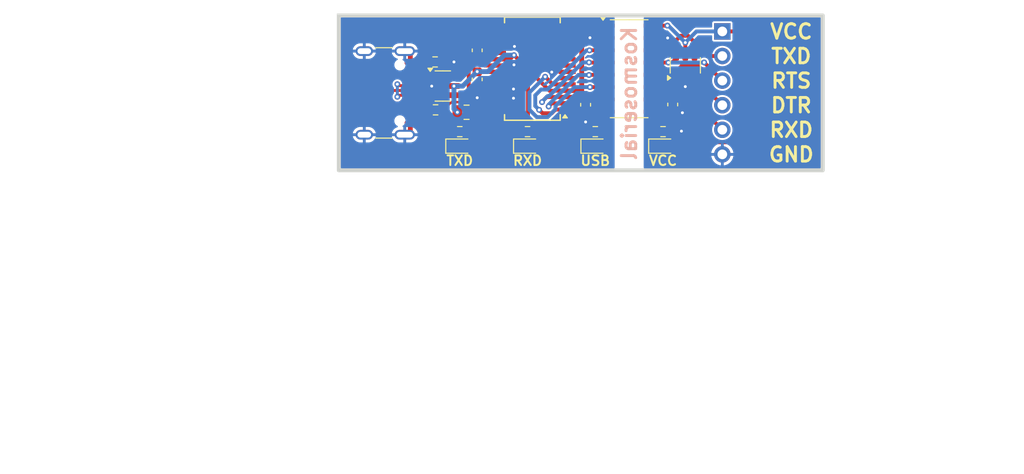
<source format=kicad_pcb>
(kicad_pcb (version 20240108) (generator "pcbnew") (generator_version "8.0")
  (layers (0 "F.Cu" signal) (31 "B.Cu" signal) (34 "B.Paste" user) (35 "F.Paste" user) (36 "B.SilkS" user "B.Silkscreen") (37 "F.SilkS" user "F.Silkscreen") (38 "B.Mask" user) (39 "F.Mask" user) (44 "Edge.Cuts" user))
  (net 0 "")
  (net 12 "+5V")
  (net 13 "GND")
  (net 14 "/D-")
  (net 15 "/D+")
  (net 16 "VDDB")
  (net 17 "/DTROUT")
  (net 18 "/TXDOUT")
  (net 19 "/RXDIN")
  (net 20 "/RTSOUT")
  (net 21 "GNDB")
  (net 22 "/CTS")
  (net 23 "/RXD")
  (net 24 "/DTR")
  (net 25 "/~{TXLED}")
  (net 26 "/RTS")
  (net 27 "/TXD")
  (net 28 "/~{RXLED}")
  (net 29 "Net-(D1-K)")
  (net 30 "Net-(D2-K)")
  (net 31 "Net-(D3-K)")
  (net 32 "Net-(D4-K)")
  (net 33 "/3V3")
  (net 34 "/CC1")
  (net 35 "/CC2")
  (footprint "LED_SMD:LED_0603_1608Metric" (layer "F.Cu") (at 118.5 63.5)
    (property "Reference" "D4" (hide yes))
    (property "Value" "ORANGE")
    (fp_line (start -1.485 -0.735) (end -1.485 0.735) (stroke (width 0.12)) (layer "F.SilkS"))
    (fp_line (start -1.485 0.735) (end 0.8 0.735) (stroke (width 0.12)) (layer "F.SilkS"))
    (fp_line (start 0.8 -0.735) (end -1.485 -0.735) (stroke (width 0.12)) (layer "F.SilkS"))
    (pad "1" smd roundrect (at -0.7875 0) (size 0.875 0.95) (layers "F.Cu" "F.Paste" "F.Mask") (net 32 "Net-(D4-K)"))
    (pad "2" smd roundrect (at 0.7875 0) (size 0.875 0.95) (layers "F.Cu" "F.Paste" "F.Mask") (net 16 "VDDB"))
  )
  (footprint "Connector_PinHeader_2.54mm:PinHeader_1x06_P2.54mm_Horizontal" (layer "F.Cu") (at 124.625 51.65)
    (property "Reference" "J2" (hide yes))
    (property "Value" "ZL211-40KG")
    (pad "1" thru_hole rect (at 0 0) (size 1.7 1.7) (drill 1) (layers "*.Cu" "*.Mask") (net 16 "VDDB"))
    (pad "2" thru_hole oval (at 0 2.54) (size 1.7 1.7) (drill 1) (layers "*.Cu" "*.Mask") (net 18 "/TXDOUT"))
    (pad "3" thru_hole oval (at 0 5.08) (size 1.7 1.7) (drill 1) (layers "*.Cu" "*.Mask") (net 20 "/RTSOUT"))
    (pad "4" thru_hole oval (at 0 7.62) (size 1.7 1.7) (drill 1) (layers "*.Cu" "*.Mask") (net 17 "/DTROUT"))
    (pad "5" thru_hole oval (at 0 10.16) (size 1.7 1.7) (drill 1) (layers "*.Cu" "*.Mask") (net 19 "/RXDIN"))
    (pad "6" thru_hole oval (at 0 12.7) (size 1.7 1.7) (drill 1) (layers "*.Cu" "*.Mask") (net 21 "GNDB"))
  )
  (footprint "Resistor_SMD:R_0603_1608Metric" (layer "F.Cu") (at 97.5 62)
    (property "Reference" "R4" (hide yes))
    (property "Value" "5.1k/5%")
    (fp_line (start -0.237258 -0.5225) (end 0.237258 -0.5225) (stroke (width 0.12)) (layer "F.SilkS"))
    (fp_line (start -0.237258 0.5225) (end 0.237258 0.5225) (stroke (width 0.12)) (layer "F.SilkS"))
    (pad "1" smd roundrect (at -0.825 0) (size 0.8 0.95) (layers "F.Cu" "F.Paste" "F.Mask") (net 29 "Net-(D1-K)"))
    (pad "2" smd roundrect (at 0.825 0) (size 0.8 0.95) (layers "F.Cu" "F.Paste" "F.Mask") (net 25 "/~{TXLED}"))
  )
  (footprint "Capacitor_SMD:C_0603_1608Metric" (layer "F.Cu") (at 99.3 56.6 90)
    (property "Reference" "C3" (hide yes))
    (property "Value" "100n/25V")
    (fp_line (start -0.14058 -0.51) (end 0.14058 -0.51) (stroke (width 0.12)) (layer "F.SilkS"))
    (fp_line (start -0.14058 0.51) (end 0.14058 0.51) (stroke (width 0.12)) (layer "F.SilkS"))
    (pad "1" smd roundrect (at -0.775 0 90) (size 0.9 0.95) (layers "F.Cu" "F.Paste" "F.Mask") (net 13 "GND"))
    (pad "2" smd roundrect (at 0.775 0 90) (size 0.9 0.95) (layers "F.Cu" "F.Paste" "F.Mask") (net 12 "+5V"))
  )
  (footprint "LED_SMD:LED_0603_1608Metric" (layer "F.Cu") (at 111.5 63.5)
    (property "Reference" "D3" (hide yes))
    (property "Value" "RED")
    (fp_line (start -1.485 -0.735) (end -1.485 0.735) (stroke (width 0.12)) (layer "F.SilkS"))
    (fp_line (start -1.485 0.735) (end 0.8 0.735) (stroke (width 0.12)) (layer "F.SilkS"))
    (fp_line (start 0.8 -0.735) (end -1.485 -0.735) (stroke (width 0.12)) (layer "F.SilkS"))
    (pad "1" smd roundrect (at -0.7875 0) (size 0.875 0.95) (layers "F.Cu" "F.Paste" "F.Mask") (net 31 "Net-(D3-K)"))
    (pad "2" smd roundrect (at 0.7875 0) (size 0.875 0.95) (layers "F.Cu" "F.Paste" "F.Mask") (net 12 "+5V"))
  )
  (footprint "Package_TO_SOT_SMD:SOT-23-6" (layer "F.Cu") (at 95.75 57.2875)
    (property "Reference" "U4" (hide yes))
    (property "Value" "824015")
    (fp_line (start 0 -1.56) (end -0.8 -1.56) (stroke (width 0.12)) (layer "F.SilkS"))
    (fp_line (start 0 -1.56) (end 0.8 -1.56) (stroke (width 0.12)) (layer "F.SilkS"))
    (fp_line (start 0 1.56) (end -0.8 1.56) (stroke (width 0.12)) (layer "F.SilkS"))
    (fp_line (start 0 1.56) (end 0.8 1.56) (stroke (width 0.12)) (layer "F.SilkS"))
    (fp_poly (pts (xy -1.3 -1.51) (xy -1.54 -1.84) (xy -1.06 -1.84) (xy -1.3 -1.51)) (stroke (width 0.12)) (fill solid) (layer "F.SilkS"))
    (pad "1" smd roundrect (at -1.1375 -0.95) (size 1.325 0.6) (layers "F.Cu" "F.Paste" "F.Mask") (net 15 "/D+"))
    (pad "2" smd roundrect (at -1.1375 0) (size 1.325 0.6) (layers "F.Cu" "F.Paste" "F.Mask") (net 13 "GND"))
    (pad "3" smd roundrect (at -1.1375 0.95) (size 1.325 0.6) (layers "F.Cu" "F.Paste" "F.Mask") (net 14 "/D-"))
    (pad "4" smd roundrect (at 1.1375 0.95) (size 1.325 0.6) (layers "F.Cu" "F.Paste" "F.Mask") (net 14 "/D-"))
    (pad "5" smd roundrect (at 1.1375 0) (size 1.325 0.6) (layers "F.Cu" "F.Paste" "F.Mask") (net 12 "+5V"))
    (pad "6" smd roundrect (at 1.1375 -0.95) (size 1.325 0.6) (layers "F.Cu" "F.Paste" "F.Mask") (net 15 "/D+"))
  )
  (footprint "Package_SO:SOIC-16_3.9x9.9mm_P1.27mm" (layer "F.Cu") (at 115 55.5)
    (property "Reference" "U3" (hide yes))
    (property "Value" "ADuM141E1BRZ")
    (fp_line (start 0 -5.06) (end -1.95 -5.06) (stroke (width 0.12)) (layer "F.SilkS"))
    (fp_line (start 0 -5.06) (end 1.95 -5.06) (stroke (width 0.12)) (layer "F.SilkS"))
    (fp_line (start 0 5.06) (end -1.95 5.06) (stroke (width 0.12)) (layer "F.SilkS"))
    (fp_line (start 0 5.06) (end 1.95 5.06) (stroke (width 0.12)) (layer "F.SilkS"))
    (fp_poly (pts (xy -2.7 -5.005) (xy -2.94 -5.335) (xy -2.46 -5.335) (xy -2.7 -5.005)) (stroke (width 0.12)) (fill solid) (layer "F.SilkS"))
    (pad "1" smd roundrect (at -2.475 -4.445) (size 1.95 0.6) (layers "F.Cu" "F.Paste" "F.Mask") (net 12 "+5V"))
    (pad "2" smd roundrect (at -2.475 -3.175) (size 1.95 0.6) (layers "F.Cu" "F.Paste" "F.Mask") (net 13 "GND"))
    (pad "3" smd roundrect (at -2.475 -1.905) (size 1.95 0.6) (layers "F.Cu" "F.Paste" "F.Mask") (net 27 "/TXD"))
    (pad "4" smd roundrect (at -2.475 -0.635) (size 1.95 0.6) (layers "F.Cu" "F.Paste" "F.Mask") (net 26 "/RTS"))
    (pad "5" smd roundrect (at -2.475 0.635) (size 1.95 0.6) (layers "F.Cu" "F.Paste" "F.Mask") (net 24 "/DTR"))
    (pad "6" smd roundrect (at -2.475 1.905) (size 1.95 0.6) (layers "F.Cu" "F.Paste" "F.Mask") (net 23 "/RXD"))
    (pad "7" smd roundrect (at -2.475 3.175) (size 1.95 0.6) (layers "F.Cu" "F.Paste" "F.Mask") (net 12 "+5V"))
    (pad "8" smd roundrect (at -2.475 4.445) (size 1.95 0.6) (layers "F.Cu" "F.Paste" "F.Mask") (net 13 "GND"))
    (pad "9" smd roundrect (at 2.475 4.445) (size 1.95 0.6) (layers "F.Cu" "F.Paste" "F.Mask") (net 21 "GNDB"))
    (pad "10" smd roundrect (at 2.475 3.175) (size 1.95 0.6) (layers "F.Cu" "F.Paste" "F.Mask") (net 16 "VDDB"))
    (pad "11" smd roundrect (at 2.475 1.905) (size 1.95 0.6) (layers "F.Cu" "F.Paste" "F.Mask") (net 19 "/RXDIN"))
    (pad "12" smd roundrect (at 2.475 0.635) (size 1.95 0.6) (layers "F.Cu" "F.Paste" "F.Mask") (net 17 "/DTROUT"))
    (pad "13" smd roundrect (at 2.475 -0.635) (size 1.95 0.6) (layers "F.Cu" "F.Paste" "F.Mask") (net 20 "/RTSOUT"))
    (pad "14" smd roundrect (at 2.475 -1.905) (size 1.95 0.6) (layers "F.Cu" "F.Paste" "F.Mask") (net 18 "/TXDOUT"))
    (pad "15" smd roundrect (at 2.475 -3.175) (size 1.95 0.6) (layers "F.Cu" "F.Paste" "F.Mask") (net 21 "GNDB"))
    (pad "16" smd roundrect (at 2.475 -4.445) (size 1.95 0.6) (layers "F.Cu" "F.Paste" "F.Mask") (net 16 "VDDB"))
  )
  (footprint "Resistor_SMD:R_0603_1608Metric" (layer "F.Cu") (at 104.5 62)
    (property "Reference" "R5" (hide yes))
    (property "Value" "5.1k/5%")
    (fp_line (start -0.237258 -0.5225) (end 0.237258 -0.5225) (stroke (width 0.12)) (layer "F.SilkS"))
    (fp_line (start -0.237258 0.5225) (end 0.237258 0.5225) (stroke (width 0.12)) (layer "F.SilkS"))
    (pad "1" smd roundrect (at -0.825 0) (size 0.8 0.95) (layers "F.Cu" "F.Paste" "F.Mask") (net 30 "Net-(D2-K)"))
    (pad "2" smd roundrect (at 0.825 0) (size 0.8 0.95) (layers "F.Cu" "F.Paste" "F.Mask") (net 28 "/~{RXLED}"))
  )
  (footprint "Resistor_SMD:R_0603_1608Metric" (layer "F.Cu") (at 111.5 62)
    (property "Reference" "R6" (hide yes))
    (property "Value" "5.1k/5%")
    (fp_line (start -0.237258 -0.5225) (end 0.237258 -0.5225) (stroke (width 0.12)) (layer "F.SilkS"))
    (fp_line (start -0.237258 0.5225) (end 0.237258 0.5225) (stroke (width 0.12)) (layer "F.SilkS"))
    (pad "1" smd roundrect (at -0.825 0) (size 0.8 0.95) (layers "F.Cu" "F.Paste" "F.Mask") (net 31 "Net-(D3-K)"))
    (pad "2" smd roundrect (at 0.825 0) (size 0.8 0.95) (layers "F.Cu" "F.Paste" "F.Mask") (net 13 "GND"))
  )
  (footprint "Capacitor_SMD:C_0603_1608Metric" (layer "F.Cu") (at 119.5 59.2 90)
    (property "Reference" "C4" (hide yes))
    (property "Value" "100n/25V")
    (fp_line (start -0.14058 -0.51) (end 0.14058 -0.51) (stroke (width 0.12)) (layer "F.SilkS"))
    (fp_line (start -0.14058 0.51) (end 0.14058 0.51) (stroke (width 0.12)) (layer "F.SilkS"))
    (pad "1" smd roundrect (at -0.775 0 90) (size 0.9 0.95) (layers "F.Cu" "F.Paste" "F.Mask") (net 21 "GNDB"))
    (pad "2" smd roundrect (at 0.775 0 90) (size 0.9 0.95) (layers "F.Cu" "F.Paste" "F.Mask") (net 16 "VDDB"))
  )
  (footprint "Resistor_SMD:R_0603_1608Metric" (layer "F.Cu") (at 95 59.75)
    (property "Reference" "R1" (hide yes))
    (property "Value" "5.1k/5%")
    (fp_line (start -0.237258 -0.5225) (end 0.237258 -0.5225) (stroke (width 0.12)) (layer "F.SilkS"))
    (fp_line (start -0.237258 0.5225) (end 0.237258 0.5225) (stroke (width 0.12)) (layer "F.SilkS"))
    (pad "1" smd roundrect (at -0.825 0) (size 0.8 0.95) (layers "F.Cu" "F.Paste" "F.Mask") (net 35 "/CC2"))
    (pad "2" smd roundrect (at 0.825 0) (size 0.8 0.95) (layers "F.Cu" "F.Paste" "F.Mask") (net 13 "GND"))
  )
  (footprint "LED_SMD:LED_0603_1608Metric" (layer "F.Cu") (at 104.54 63.5)
    (property "Reference" "D2" (hide yes))
    (property "Value" "GREEN")
    (fp_line (start -1.485 -0.735) (end -1.485 0.735) (stroke (width 0.12)) (layer "F.SilkS"))
    (fp_line (start -1.485 0.735) (end 0.8 0.735) (stroke (width 0.12)) (layer "F.SilkS"))
    (fp_line (start 0.8 -0.735) (end -1.485 -0.735) (stroke (width 0.12)) (layer "F.SilkS"))
    (pad "1" smd roundrect (at -0.7875 0) (size 0.875 0.95) (layers "F.Cu" "F.Paste" "F.Mask") (net 30 "Net-(D2-K)"))
    (pad "2" smd roundrect (at 0.7875 0) (size 0.875 0.95) (layers "F.Cu" "F.Paste" "F.Mask") (net 12 "+5V"))
  )
  (footprint "Resistor_SMD:R_0603_1608Metric" (layer "F.Cu") (at 118.5 62)
    (property "Reference" "R7" (hide yes))
    (property "Value" "5.1k/5%")
    (fp_line (start -0.237258 -0.5225) (end 0.237258 -0.5225) (stroke (width 0.12)) (layer "F.SilkS"))
    (fp_line (start -0.237258 0.5225) (end 0.237258 0.5225) (stroke (width 0.12)) (layer "F.SilkS"))
    (pad "1" smd roundrect (at -0.825 0) (size 0.8 0.95) (layers "F.Cu" "F.Paste" "F.Mask") (net 32 "Net-(D4-K)"))
    (pad "2" smd roundrect (at 0.825 0) (size 0.8 0.95) (layers "F.Cu" "F.Paste" "F.Mask") (net 21 "GNDB"))
  )
  (footprint "LED_SMD:LED_0603_1608Metric" (layer "F.Cu") (at 97.54 63.5)
    (property "Reference" "D1" (hide yes))
    (property "Value" "BLUE")
    (fp_line (start -1.485 -0.735) (end -1.485 0.735) (stroke (width 0.12)) (layer "F.SilkS"))
    (fp_line (start -1.485 0.735) (end 0.8 0.735) (stroke (width 0.12)) (layer "F.SilkS"))
    (fp_line (start 0.8 -0.735) (end -1.485 -0.735) (stroke (width 0.12)) (layer "F.SilkS"))
    (pad "1" smd roundrect (at -0.7875 0) (size 0.875 0.95) (layers "F.Cu" "F.Paste" "F.Mask") (net 29 "Net-(D1-K)"))
    (pad "2" smd roundrect (at 0.7875 0) (size 0.875 0.95) (layers "F.Cu" "F.Paste" "F.Mask") (net 12 "+5V"))
  )
  (footprint "Package_TO_SOT_SMD:SOT-23-6" (layer "F.Cu") (at 120.8 55.15 90)
    (property "Reference" "U2" (hide yes))
    (property "Value" "824015")
    (fp_line (start 0 -1.56) (end 0.8 -1.56) (stroke (width 0.12)) (layer "F.SilkS"))
    (fp_line (start 0 -1.56) (end -0.8 -1.56) (stroke (width 0.12)) (layer "F.SilkS"))
    (fp_line (start 0 1.56) (end 0.8 1.56) (stroke (width 0.12)) (layer "F.SilkS"))
    (fp_line (start 0 1.56) (end -0.8 1.56) (stroke (width 0.12)) (layer "F.SilkS"))
    (fp_poly (pts (xy -1.3 -1.51) (xy -1.54 -1.84) (xy -1.06 -1.84) (xy -1.3 -1.51)) (stroke (width 0.12)) (fill solid) (layer "F.SilkS"))
    (pad "1" smd roundrect (at -1.1375 -0.95 90) (size 1.325 0.6) (layers "F.Cu" "F.Paste" "F.Mask") (net 17 "/DTROUT"))
    (pad "2" smd roundrect (at -1.1375 0 90) (size 1.325 0.6) (layers "F.Cu" "F.Paste" "F.Mask") (net 21 "GNDB"))
    (pad "3" smd roundrect (at -1.1375 0.95 90) (size 1.325 0.6) (layers "F.Cu" "F.Paste" "F.Mask") (net 19 "/RXDIN"))
    (pad "4" smd roundrect (at 1.1375 0.95 90) (size 1.325 0.6) (layers "F.Cu" "F.Paste" "F.Mask") (net 18 "/TXDOUT"))
    (pad "5" smd roundrect (at 1.1375 0 90) (size 1.325 0.6) (layers "F.Cu" "F.Paste" "F.Mask") (net 16 "VDDB"))
    (pad "6" smd roundrect (at 1.1375 -0.95 90) (size 1.325 0.6) (layers "F.Cu" "F.Paste" "F.Mask") (net 20 "/RTSOUT"))
  )
  (footprint "Capacitor_SMD:C_0603_1608Metric" (layer "F.Cu") (at 110.5 59.225 90)
    (property "Reference" "C5" (hide yes))
    (property "Value" "100n/25V")
    (fp_line (start -0.14058 -0.51) (end 0.14058 -0.51) (stroke (width 0.12)) (layer "F.SilkS"))
    (fp_line (start -0.14058 0.51) (end 0.14058 0.51) (stroke (width 0.12)) (layer "F.SilkS"))
    (pad "1" smd roundrect (at -0.775 0 90) (size 0.9 0.95) (layers "F.Cu" "F.Paste" "F.Mask") (net 13 "GND"))
    (pad "2" smd roundrect (at 0.775 0 90) (size 0.9 0.95) (layers "F.Cu" "F.Paste" "F.Mask") (net 12 "+5V"))
  )
  (footprint "Resistor_SMD:R_0603_1608Metric" (layer "F.Cu") (at 94.95 54.8)
    (property "Reference" "R2" (hide yes))
    (property "Value" "5.1k/5%")
    (fp_line (start -0.237258 -0.5225) (end 0.237258 -0.5225) (stroke (width 0.12)) (layer "F.SilkS"))
    (fp_line (start -0.237258 0.5225) (end 0.237258 0.5225) (stroke (width 0.12)) (layer "F.SilkS"))
    (pad "1" smd roundrect (at -0.825 0) (size 0.8 0.95) (layers "F.Cu" "F.Paste" "F.Mask") (net 34 "/CC1"))
    (pad "2" smd roundrect (at 0.825 0) (size 0.8 0.95) (layers "F.Cu" "F.Paste" "F.Mask") (net 13 "GND"))
  )
  (footprint "Capacitor_SMD:C_0805_2012Metric" (layer "F.Cu") (at 98.2 60)
    (property "Reference" "C2" (hide yes))
    (property "Value" "4.7u/10V")
    (fp_line (start -0.261252 -0.735) (end 0.261252 -0.735) (stroke (width 0.12)) (layer "F.SilkS"))
    (fp_line (start -0.261252 0.735) (end 0.261252 0.735) (stroke (width 0.12)) (layer "F.SilkS"))
    (pad "1" smd roundrect (at -0.95 0) (size 1 1.45) (layers "F.Cu" "F.Paste" "F.Mask") (net 12 "+5V"))
    (pad "2" smd roundrect (at 0.95 0) (size 1 1.45) (layers "F.Cu" "F.Paste" "F.Mask") (net 13 "GND"))
  )
  (footprint "Capacitor_SMD:C_0603_1608Metric" (layer "F.Cu") (at 99.3 53.6 90)
    (property "Reference" "C1" (hide yes))
    (property "Value" "100n/25V")
    (fp_line (start -0.14058 -0.51) (end 0.14058 -0.51) (stroke (width 0.12)) (layer "F.SilkS"))
    (fp_line (start -0.14058 0.51) (end 0.14058 0.51) (stroke (width 0.12)) (layer "F.SilkS"))
    (pad "1" smd roundrect (at -0.775 0 90) (size 0.9 0.95) (layers "F.Cu" "F.Paste" "F.Mask") (net 13 "GND"))
    (pad "2" smd roundrect (at 0.775 0 90) (size 0.9 0.95) (layers "F.Cu" "F.Paste" "F.Mask") (net 33 "/3V3"))
  )
  (footprint "Package_SO:SSOP-28_5.3x10.2mm_P0.65mm" (layer "F.Cu") (at 105 55.5 180)
    (property "Reference" "U1" (hide yes))
    (property "Value" "FT232RNL")
    (fp_line (start 2.875 4.75) (end 2.875 5.325) (stroke (width 0.15)) (layer "F.SilkS"))
    (fp_line (start 2.875 -5.325) (end 2.875 -4.75) (stroke (width 0.15)) (layer "F.SilkS"))
    (fp_line (start -2.875 5.325) (end 2.875 5.325) (stroke (width 0.15)) (layer "F.SilkS"))
    (fp_line (start -2.875 4.75) (end -2.875 5.325) (stroke (width 0.15)) (layer "F.SilkS"))
    (fp_line (start -2.875 -5.325) (end 2.875 -5.325) (stroke (width 0.15)) (layer "F.SilkS"))
    (fp_line (start -2.875 -5.325) (end -2.875 -4.75) (stroke (width 0.15)) (layer "F.SilkS"))
    (fp_poly (pts (xy -3.375 -4.75) (xy -3.615 -5.08) (xy -3.135 -5.08) (xy -3.375 -4.75)) (stroke (width 0.12)) (fill solid) (layer "F.SilkS"))
    (pad "1" smd rect (at -3.6 -4.225 180) (size 1.75 0.45) (layers "F.Cu" "F.Paste" "F.Mask") (net 27 "/TXD"))
    (pad "2" smd rect (at -3.6 -3.575 180) (size 1.75 0.45) (layers "F.Cu" "F.Paste" "F.Mask") (net 24 "/DTR"))
    (pad "3" smd rect (at -3.6 -2.925 180) (size 1.75 0.45) (layers "F.Cu" "F.Paste" "F.Mask") (net 26 "/RTS"))
    (pad "4" smd rect (at -3.6 -2.275 180) (size 1.75 0.45) (layers "F.Cu" "F.Paste" "F.Mask") (net 12 "+5V"))
    (pad "5" smd rect (at -3.6 -1.625 180) (size 1.75 0.45) (layers "F.Cu" "F.Paste" "F.Mask") (net 23 "/RXD"))
    (pad "6" smd rect (at -3.6 -0.975 180) (size 1.75 0.45) (layers "F.Cu" "F.Paste" "F.Mask"))
    (pad "7" smd rect (at -3.6 -0.325 180) (size 1.75 0.45) (layers "F.Cu" "F.Paste" "F.Mask") (net 13 "GND"))
    (pad "8" smd rect (at -3.6 0.325 180) (size 1.75 0.45) (layers "F.Cu" "F.Paste" "F.Mask"))
    (pad "9" smd rect (at -3.6 0.975 180) (size 1.75 0.45) (layers "F.Cu" "F.Paste" "F.Mask"))
    (pad "10" smd rect (at -3.6 1.625 180) (size 1.75 0.45) (layers "F.Cu" "F.Paste" "F.Mask"))
    (pad "11" smd rect (at -3.6 2.275 180) (size 1.75 0.45) (layers "F.Cu" "F.Paste" "F.Mask") (net 22 "/CTS"))
    (pad "12" smd rect (at -3.6 2.925 180) (size 1.75 0.45) (layers "F.Cu" "F.Paste" "F.Mask"))
    (pad "13" smd rect (at -3.6 3.575 180) (size 1.75 0.45) (layers "F.Cu" "F.Paste" "F.Mask"))
    (pad "14" smd rect (at -3.6 4.225 180) (size 1.75 0.45) (layers "F.Cu" "F.Paste" "F.Mask"))
    (pad "15" smd rect (at 3.6 4.225 180) (size 1.75 0.45) (layers "F.Cu" "F.Paste" "F.Mask") (net 15 "/D+"))
    (pad "16" smd rect (at 3.6 3.575 180) (size 1.75 0.45) (layers "F.Cu" "F.Paste" "F.Mask") (net 14 "/D-"))
    (pad "17" smd rect (at 3.6 2.925 180) (size 1.75 0.45) (layers "F.Cu" "F.Paste" "F.Mask") (net 33 "/3V3"))
    (pad "18" smd rect (at 3.6 2.275 180) (size 1.75 0.45) (layers "F.Cu" "F.Paste" "F.Mask") (net 13 "GND"))
    (pad "19" smd rect (at 3.6 1.625 180) (size 1.75 0.45) (layers "F.Cu" "F.Paste" "F.Mask"))
    (pad "20" smd rect (at 3.6 0.975 180) (size 1.75 0.45) (layers "F.Cu" "F.Paste" "F.Mask") (net 12 "+5V"))
    (pad "21" smd rect (at 3.6 0.325 180) (size 1.75 0.45) (layers "F.Cu" "F.Paste" "F.Mask") (net 13 "GND"))
    (pad "22" smd rect (at 3.6 -0.325 180) (size 1.75 0.45) (layers "F.Cu" "F.Paste" "F.Mask") (net 28 "/~{RXLED}"))
    (pad "23" smd rect (at 3.6 -0.975 180) (size 1.75 0.45) (layers "F.Cu" "F.Paste" "F.Mask") (net 25 "/~{TXLED}"))
    (pad "24" smd rect (at 3.6 -1.625 180) (size 1.75 0.45) (layers "F.Cu" "F.Paste" "F.Mask"))
    (pad "25" smd rect (at 3.6 -2.275 180) (size 1.75 0.45) (layers "F.Cu" "F.Paste" "F.Mask") (net 13 "GND"))
    (pad "26" smd rect (at 3.6 -2.925 180) (size 1.75 0.45) (layers "F.Cu" "F.Paste" "F.Mask") (net 13 "GND"))
    (pad "27" smd rect (at 3.6 -3.575 180) (size 1.75 0.45) (layers "F.Cu" "F.Paste" "F.Mask"))
    (pad "28" smd rect (at 3.6 -4.225 180) (size 1.75 0.45) (layers "F.Cu" "F.Paste" "F.Mask"))
  )
  (footprint "Connector_USB:USB_C_Receptacle_GCT_USB4105-xx-A_16P_TopMnt_Horizontal" (layer "F.Cu") (at 88.71 58 -90)
    (property "Reference" "J1" (hide yes))
    (property "Value" "USB4105-GF-A")
    (fp_line (start -4.67 -0.1) (end -4.67 -1.8) (stroke (width 0.12)) (layer "F.SilkS"))
    (fp_line (start 4.67 -0.1) (end 4.67 -1.8) (stroke (width 0.12)) (layer "F.SilkS"))
    (pad "" np_thru_hole circle (at -2.89 -2.605 270) (size 0.65 0.65) (drill 0.65) (layers "F&B.Cu" "*.Mask"))
    (pad "" np_thru_hole circle (at 2.89 -2.605 270) (size 0.65 0.65) (drill 0.65) (layers "F&B.Cu" "*.Mask"))
    (pad "A1" smd roundrect (at -3.2 -3.68 270) (size 0.6 1.15) (layers "F.Cu" "F.Paste" "F.Mask") (net 13 "GND"))
    (pad "A4" smd roundrect (at -2.4 -3.68 270) (size 0.6 1.15) (layers "F.Cu" "F.Paste" "F.Mask") (net 12 "+5V"))
    (pad "A5" smd roundrect (at -1.25 -3.68 270) (size 0.3 1.15) (layers "F.Cu" "F.Paste" "F.Mask") (net 34 "/CC1"))
    (pad "A6" smd roundrect (at -0.25 -3.68 270) (size 0.3 1.15) (layers "F.Cu" "F.Paste" "F.Mask") (net 15 "/D+"))
    (pad "A7" smd roundrect (at 0.25 -3.68 270) (size 0.3 1.15) (layers "F.Cu" "F.Paste" "F.Mask") (net 14 "/D-"))
    (pad "A8" smd roundrect (at 1.25 -3.68 270) (size 0.3 1.15) (layers "F.Cu" "F.Paste" "F.Mask"))
    (pad "A9" smd roundrect (at 2.4 -3.68 270) (size 0.6 1.15) (layers "F.Cu" "F.Paste" "F.Mask") (net 12 "+5V"))
    (pad "A12" smd roundrect (at 3.2 -3.68 270) (size 0.6 1.15) (layers "F.Cu" "F.Paste" "F.Mask") (net 13 "GND"))
    (pad "B1" smd roundrect (at 3.2 -3.68 270) (size 0.6 1.15) (layers "F.Cu" "F.Paste" "F.Mask") (net 13 "GND"))
    (pad "B4" smd roundrect (at 2.4 -3.68 270) (size 0.6 1.15) (layers "F.Cu" "F.Paste" "F.Mask") (net 12 "+5V"))
    (pad "B5" smd roundrect (at 1.75 -3.68 270) (size 0.3 1.15) (layers "F.Cu" "F.Paste" "F.Mask") (net 35 "/CC2"))
    (pad "B6" smd roundrect (at 0.75 -3.68 270) (size 0.3 1.15) (layers "F.Cu" "F.Paste" "F.Mask") (net 15 "/D+"))
    (pad "B7" smd roundrect (at -0.75 -3.68 270) (size 0.3 1.15) (layers "F.Cu" "F.Paste" "F.Mask") (net 14 "/D-"))
    (pad "B8" smd roundrect (at -1.75 -3.68 270) (size 0.3 1.15) (layers "F.Cu" "F.Paste" "F.Mask"))
    (pad "B9" smd roundrect (at -2.4 -3.68 270) (size 0.6 1.15) (layers "F.Cu" "F.Paste" "F.Mask") (net 12 "+5V"))
    (pad "B12" smd roundrect (at -3.2 -3.68 270) (size 0.6 1.15) (layers "F.Cu" "F.Paste" "F.Mask") (net 13 "GND"))
    (pad "S1" thru_hole oval (at -4.32 -3.105 270) (size 1 2.1) (drill oval 0.6 1.7) (layers "*.Cu" "*.Mask" "F.Paste") (net 13 "GND"))
    (pad "S1" thru_hole oval (at -4.32 1.075 270) (size 1 1.8) (drill oval 0.6 1.4) (layers "*.Cu" "*.Mask" "F.Paste") (net 13 "GND"))
    (pad "S1" thru_hole oval (at 4.32 -3.105 270) (size 1 2.1) (drill oval 0.6 1.7) (layers "*.Cu" "*.Mask" "F.Paste") (net 13 "GND"))
    (pad "S1" thru_hole oval (at 4.32 1.075 270) (size 1 1.8) (drill oval 0.6 1.4) (layers "*.Cu" "*.Mask" "F.Paste") (net 13 "GND"))
  )
  (gr_rect (start 85 50) (end 135 66) (stroke (width 0.4)) (fill none) (layer "Edge.Cuts"))
  (gr_text "Kosmoserial" (at 115 58.05 90) (layer "B.SilkS") (effects (font (size 1.5 1.5) (thickness 0.3) (bold yes)) (justify mirror)))
  (gr_text "RXD" (at 131.75 61.83 0) (layer "F.SilkS") (effects (font (size 1.5 1.5) (thickness 0.3) (bold yes))))
  (gr_text "VCC" (at 131.75 51.67 0) (layer "F.SilkS") (effects (font (size 1.5 1.5) (thickness 0.3) (bold yes))))
  (gr_text "GND" (at 131.75 64.37 0) (layer "F.SilkS") (effects (font (size 1.5 1.5) (thickness 0.3) (bold yes))))
  (gr_text "TXD" (at 97.5 65 0) (layer "F.SilkS") (effects (font (size 1 1) (thickness 0.2) (bold yes))))
  (gr_text "RXD" (at 104.5 65 0) (layer "F.SilkS") (effects (font (size 1 1) (thickness 0.2) (bold yes))))
  (gr_text "DTR" (at 131.75 59.29 0) (layer "F.SilkS") (effects (font (size 1.5 1.5) (thickness 0.3) (bold yes))))
  (gr_text "TXD" (at 131.75 54.21 0) (layer "F.SilkS") (effects (font (size 1.5 1.5) (thickness 0.3) (bold yes))))
  (gr_text "VCC" (at 118.5 65 0) (layer "F.SilkS") (effects (font (size 1 1) (thickness 0.2) (bold yes))))
  (gr_text "RTS" (at 131.75 56.75 0) (layer "F.SilkS") (effects (font (size 1.5 1.5) (thickness 0.3) (bold yes))))
  (gr_text "USB" (at 111.5 65 0) (layer "F.SilkS") (effects (font (size 1 1) (thickness 0.2) (bold yes))))
  (segment (start 95.75 64.4) (end 95.75 60.8) (width 0.4) (layer "F.Cu") (net 12))
  (segment (start 96.45 60.8) (end 97.25 60) (width 0.5) (layer "F.Cu") (net 12))
  (segment (start 103.1 54.1) (end 106.775 57.775) (width 0.4) (layer "F.Cu") (net 12))
  (segment (start 91.61188 55.85) (end 89.75 55.85) (width 0.3) (layer "F.Cu") (net 12))
  (segment (start 92.39 60.34) (end 92.39 60.4) (width 0.3) (layer "F.Cu") (net 12))
  (segment (start 92.39 60.4) (end 93.1 60.4) (width 0.3) (layer "F.Cu") (net 12))
  (segment (start 105.3275 64.9225) (end 105.3 64.95) (width 0.4) (layer "F.Cu") (net 12))
  (segment (start 99.15 64.95) (end 98.35 64.95) (width 0.4) (layer "F.Cu") (net 12))
  (segment (start 96.8875 57.2875) (end 96.9 57.3) (width 0.3) (layer "F.Cu") (net 12))
  (segment (start 99.15 64.95) (end 105.3 64.95) (width 0.4) (layer "F.Cu") (net 12))
  (segment (start 110.945 51.055) (end 110.1 51.9) (width 0.5) (layer "F.Cu") (net 12))
  (segment (start 96.3 64.95) (end 95.75 64.4) (width 0.4) (layer "F.Cu") (net 12))
  (segment (start 91.56188 60.1) (end 91.71188 60.25) (width 0.3) (layer "F.Cu") (net 12))
  (segment (start 105.3275 63.5) (end 105.3275 64.9225) (width 0.4) (layer "F.Cu") (net 12))
  (segment (start 93.1 60.4) (end 93.35 60.65) (width 0.3) (layer "F.Cu") (net 12))
  (segment (start 98.3275 63.5) (end 98.3275 64.9275) (width 0.4) (layer "F.Cu") (net 12))
  (segment (start 92.39 55.6) (end 92.24 55.75) (width 0.3) (layer "F.Cu") (net 12))
  (segment (start 99.3 55.825) (end 99.3 55.8) (width 0.5) (layer "F.Cu") (net 12))
  (segment (start 112.2875 63.5) (end 112.2875 64.65) (width 0.4) (layer "F.Cu") (net 12))
  (segment (start 102.675 54.525) (end 103.1 54.1) (width 0.4) (layer "F.Cu") (net 12))
  (segment (start 89.25 59.15) (end 90.2 60.1) (width 0.3) (layer "F.Cu") (net 12))
  (segment (start 101.4 54.525) (end 102.675 54.525) (width 0.4) (layer "F.Cu") (net 12))
  (segment (start 112.525 58.675) (end 110.725 58.675) (width 0.5) (layer "F.Cu") (net 12))
  (segment (start 89.75 55.85) (end 89.25 56.35) (width 0.3) (layer "F.Cu") (net 12))
  (segment (start 94 60.8) (end 95.75 60.8) (width 0.5) (layer "F.Cu") (net 12))
  (segment (start 93.5 60.8) (end 94 60.8) (width 0.3) (layer "F.Cu") (net 12))
  (segment (start 110.1 58.05) (end 110.5 58.45) (width 0.5) (layer "F.Cu") (net 12))
  (segment (start 98.35 64.95) (end 96.3 64.95) (width 0.4) (layer "F.Cu") (net 12))
  (segment (start 89.25 56.35) (end 89.25 59.15) (width 0.3) (layer "F.Cu") (net 12))
  (segment (start 106.775 57.775) (end 108.6 57.775) (width 0.4) (layer "F.Cu") (net 12))
  (segment (start 91.71188 55.75) (end 91.61188 55.85) (width 0.3) (layer "F.Cu") (net 12))
  (segment (start 92.3 60.25) (end 92.39 60.34) (width 0.3) (layer "F.Cu") (net 12))
  (segment (start 98.3275 64.9275) (end 98.35 64.95) (width 0.4) (layer "F.Cu") (net 12))
  (segment (start 108.6 57.775) (end 110.025 57.775) (width 0.4) (layer "F.Cu") (net 12))
  (segment (start 90.2 60.1) (end 91.56188 60.1) (width 0.3) (layer "F.Cu") (net 12))
  (segment (start 110.1 51.9) (end 110.1 58.05) (width 0.5) (layer "F.Cu") (net 12))
  (segment (start 93.35 60.65) (end 93.5 60.8) (width 0.3) (layer "F.Cu") (net 12))
  (segment (start 111.9875 64.95) (end 112 64.9375) (width 0.4) (layer "F.Cu") (net 12))
  (segment (start 95.75 60.8) (end 96.45 60.8) (width 0.5) (layer "F.Cu") (net 12))
  (segment (start 112.2875 64.65) (end 112 64.9375) (width 0.4) (layer "F.Cu") (net 12))
  (segment (start 105.3 64.95) (end 111.9875 64.95) (width 0.4) (layer "F.Cu") (net 12))
  (segment (start 91.71188 60.25) (end 92.3 60.25) (width 0.3) (layer "F.Cu") (net 12))
  (segment (start 112.525 51.055) (end 110.945 51.055) (width 0.5) (layer "F.Cu") (net 12))
  (segment (start 92.24 55.75) (end 91.71188 55.75) (width 0.3) (layer "F.Cu") (net 12))
  (segment (start 110.725 58.675) (end 110.5 58.45) (width 0.5) (layer "F.Cu") (net 12))
  (via (at 96.9 57.3) (size 0.6) (drill 0.3) (layers "F.Cu" "B.Cu") (net 12))
  (via (at 99.3 55.8) (size 0.6) (drill 0.3) (layers "F.Cu" "B.Cu") (net 12))
  (via (at 97.25 60) (size 0.6) (drill 0.3) (layers "F.Cu" "B.Cu") (net 12))
  (via (at 103.1 54.1) (size 0.6) (drill 0.3) (layers "F.Cu" "B.Cu") (net 12))
  (segment (start 102.1 54.1) (end 103.1 54.1) (width 0.5) (layer "B.Cu") (net 12))
  (segment (start 96.9 57.3) (end 97.8 57.3) (width 0.5) (layer "B.Cu") (net 12))
  (segment (start 99.3 55.8) (end 100.4 55.8) (width 0.5) (layer "B.Cu") (net 12))
  (segment (start 96.9 57.3) (end 96.9 59.65) (width 0.5) (layer "B.Cu") (net 12))
  (segment (start 97.8 57.3) (end 99.3 55.8) (width 0.5) (layer "B.Cu") (net 12))
  (segment (start 96.9 59.65) (end 97.25 60) (width 0.5) (layer "B.Cu") (net 12))
  (segment (start 100.4 55.8) (end 102.1 54.1) (width 0.5) (layer "B.Cu") (net 12))
  (segment (start 102.875 57.775) (end 103.05 57.6) (width 0.3) (layer "F.Cu") (net 13))
  (segment (start 98.1 58.95) (end 98.55 58.5) (width 0.25) (layer "F.Cu") (net 13))
  (segment (start 101.4 58.425) (end 102.925 58.425) (width 0.3) (layer "F.Cu") (net 13))
  (segment (start 92.39 61.2) (end 92.39 62.39) (width 0.5) (layer "F.Cu") (net 13))
  (segment (start 112.325 59.975) (end 112.3 59.95) (width 0.5) (layer "F.Cu") (net 13))
  (segment (start 110.555 59.945) (end 110.5 60) (width 0.5) (layer "F.Cu") (net 13))
  (segment (start 92.39 62.39) (end 92.4 62.4) (width 0.5) (layer "F.Cu") (net 13))
  (segment (start 95.825 59.75) (end 96.625 58.95) (width 0.25) (layer "F.Cu") (net 13))
  (segment (start 101.4 57.775) (end 102.875 57.775) (width 0.3) (layer "F.Cu") (net 13))
  (segment (start 92.39 53.68) (end 91.815 53.68) (width 0.5) (layer "F.Cu") (net 13))
  (segment (start 110.975 52.325) (end 112.525 52.325) (width 0.5) (layer "F.Cu") (net 13))
  (segment (start 102.925 58.425) (end 103.05 58.55) (width 0.3) (layer "F.Cu") (net 13))
  (segment (start 103.125 53.225) (end 103.15 53.2) (width 0.3) (layer "F.Cu") (net 13))
  (segment (start 100.1 55.175) (end 99.3 54.375) (width 0.4) (layer "F.Cu") (net 13))
  (segment (start 101.4 53.225) (end 103.125 53.225) (width 0.3) (layer "F.Cu") (net 13))
  (segment (start 94.6125 57.2875) (end 94.6 57.3) (width 0.3) (layer "F.Cu") (net 13))
  (segment (start 96.625 58.95) (end 98.1 58.95) (width 0.25) (layer "F.Cu") (net 13))
  (segment (start 112.325 62) (end 112.325 61.1) (width 0.5) (layer "F.Cu") (net 13))
  (segment (start 101.4 55.175) (end 100.1 55.175) (width 0.4) (layer "F.Cu") (net 13))
  (segment (start 103.025 55.175) (end 103.1 55.1) (width 0.4) (layer "F.Cu") (net 13))
  (segment (start 101.4 55.175) (end 103.025 55.175) (width 0.4) (layer "F.Cu") (net 13))
  (segment (start 95.775 54.8) (end 96.9 54.8) (width 0.25) (layer "F.Cu") (net 13))
  (segment (start 99.3 57.375) (end 99.3 58.5) (width 0.5) (layer "F.Cu") (net 13))
  (segment (start 112.525 59.945) (end 110.555 59.945) (width 0.5) (layer "F.Cu") (net 13))
  (segment (start 108.6 55.825) (end 107.025 55.825) (width 0.3) (layer "F.Cu") (net 13))
  (segment (start 92.39 54.8) (end 92.39 53.68) (width 0.5) (layer "F.Cu") (net 13))
  (segment (start 99.3 59.85) (end 99.3 58.5) (width 0.5) (layer "F.Cu") (net 13))
  (segment (start 99.15 60) (end 99.3 59.85) (width 0.5) (layer "F.Cu") (net 13))
  (segment (start 107.025 55.825) (end 107 55.85) (width 0.3) (layer "F.Cu") (net 13))
  (segment (start 112.325 61.1) (end 112.325 59.975) (width 0.5) (layer "F.Cu") (net 13))
  (segment (start 110.95 52.3) (end 110.975 52.325) (width 0.5) (layer "F.Cu") (net 13))
  (segment (start 110.5 60) (end 110.5 61) (width 0.5) (layer "F.Cu") (net 13))
  (segment (start 98.55 58.5) (end 99.3 58.5) (width 0.25) (layer "F.Cu") (net 13))
  (via (at 103.15 53.2) (size 0.6) (drill 0.3) (layers "F.Cu" "B.Cu") (net 13))
  (via (at 110.95 52.3) (size 0.6) (drill 0.3) (layers "F.Cu" "B.Cu") (net 13))
  (via (at 110.5 61) (size 0.6) (drill 0.3) (layers "F.Cu" "B.Cu") (net 13))
  (via (at 107 55.85) (size 0.6) (drill 0.3) (layers "F.Cu" "B.Cu") (net 13))
  (via (at 103.05 57.6) (size 0.6) (drill 0.3) (layers "F.Cu" "B.Cu") (net 13))
  (via (at 99.3 58.5) (size 0.6) (drill 0.3) (layers "F.Cu" "B.Cu") (net 13))
  (via (at 103.1 55.1) (size 0.6) (drill 0.3) (layers "F.Cu" "B.Cu") (net 13))
  (via (at 94.6 57.3) (size 0.6) (drill 0.3) (layers "F.Cu" "B.Cu") (net 13))
  (via (at 103.05 58.55) (size 0.6) (drill 0.3) (layers "F.Cu" "B.Cu") (net 13))
  (via (at 96.9 54.8) (size 0.6) (drill 0.3) (layers "F.Cu" "B.Cu") (net 13))
  (segment (start 98.425 57.675) (end 97.8625 58.2375) (width 0.4) (layer "F.Cu") (net 14))
  (segment (start 91.2 58.25) (end 91.05 58.4) (width 0.3) (layer "F.Cu") (net 14))
  (segment (start 97.8625 58.2375) (end 96.8875 58.2375) (width 0.4) (layer "F.Cu") (net 14))
  (segment (start 91.2 57.25) (end 92.39 57.25) (width 0.3) (layer "F.Cu") (net 14))
  (segment (start 94.6125 58.2375) (end 96.8875 58.2375) (width 0.4) (layer "F.Cu") (net 14))
  (segment (start 101.4 51.925) (end 98.834882 51.925) (width 0.4) (layer "F.Cu") (net 14))
  (segment (start 98.425 52.334882) (end 98.425 57.675) (width 0.4) (layer "F.Cu") (net 14))
  (segment (start 91.05 57.1) (end 91.2 57.25) (width 0.3) (layer "F.Cu") (net 14))
  (segment (start 92.39 58.25) (end 91.2 58.25) (width 0.3) (layer "F.Cu") (net 14))
  (segment (start 98.834882 51.925) (end 98.425 52.334882) (width 0.4) (layer "F.Cu") (net 14))
  (segment (start 94.6 58.25) (end 94.6125 58.2375) (width 0.3) (layer "F.Cu") (net 14))
  (segment (start 92.39 58.25) (end 94.4 58.25) (width 0.3) (layer "F.Cu") (net 14))
  (via (at 91.05 57.1) (size 0.6) (drill 0.3) (layers "F.Cu" "B.Cu") (net 14))
  (via (at 91.05 58.4) (size 0.6) (drill 0.3) (layers "F.Cu" "B.Cu") (net 14))
  (segment (start 91.05 57.1) (end 91.05 58.4) (width 0.3) (layer "B.Cu") (net 14))
  (segment (start 98.636354 51.275) (end 97.825 52.086354) (width 0.4) (layer "F.Cu") (net 15))
  (segment (start 92.39 58.75) (end 91.619239 58.75) (width 0.3) (layer "F.Cu") (net 15))
  (segment (start 97.825 52.086354) (end 97.825 55.775) (width 0.4) (layer "F.Cu") (net 15))
  (segment (start 90.4 58) (end 90.65 57.75) (width 0.3) (layer "F.Cu") (net 15))
  (segment (start 90.4 58.669239) (end 90.4 58) (width 0.3) (layer "F.Cu") (net 15))
  (segment (start 101.4 51.275) (end 98.636354 51.275) (width 0.4) (layer "F.Cu") (net 15))
  (segment (start 94.188738 56.3375) (end 94.6125 56.3375) (width 0.3) (layer "F.Cu") (net 15))
  (segment (start 90.780761 59.05) (end 90.4 58.669239) (width 0.3) (layer "F.Cu") (net 15))
  (segment (start 97.2625 56.3375) (end 96.8875 56.3375) (width 0.4) (layer "F.Cu") (net 15))
  (segment (start 97.825 55.775) (end 97.2625 56.3375) (width 0.4) (layer "F.Cu") (net 15))
  (segment (start 91.619239 58.75) (end 91.319239 59.05) (width 0.3) (layer "F.Cu") (net 15))
  (segment (start 96.8875 56.3375) (end 94.6125 56.3375) (width 0.4) (layer "F.Cu") (net 15))
  (segment (start 93.2 57.75) (end 93.6 57.35) (width 0.3) (layer "F.Cu") (net 15))
  (segment (start 93.6 57.35) (end 93.6 56.926238) (width 0.3) (layer "F.Cu") (net 15))
  (segment (start 91.319239 59.05) (end 90.780761 59.05) (width 0.3) (layer "F.Cu") (net 15))
  (segment (start 92.39 57.75) (end 90.65 57.75) (width 0.3) (layer "F.Cu") (net 15))
  (segment (start 93.6 56.926238) (end 94.188738 56.3375) (width 0.3) (layer "F.Cu") (net 15))
  (segment (start 92.39 57.75) (end 93.2 57.75) (width 0.3) (layer "F.Cu") (net 15))
  (segment (start 124.625 51.65) (end 126 51.65) (width 0.4) (layer "F.Cu") (net 16))
  (segment (start 121.6 61.25) (end 121.6 59.633528) (width 0.4) (layer "F.Cu") (net 16))
  (segment (start 126.55 62.45) (end 125.9 63.1) (width 0.4) (layer "F.Cu") (net 16))
  (segment (start 120.8 54.0125) (end 120.8 52.8) (width 0.4) (layer "F.Cu") (net 16))
  (segment (start 118.945 51.055) (end 118.95 51.05) (width 0.4) (layer "F.Cu") (net 16))
  (segment (start 119.725 58.65) (end 119.5 58.425) (width 0.4) (layer "F.Cu") (net 16))
  (segment (start 117.475 58.675) (end 119.25 58.675) (width 0.4) (layer "F.Cu") (net 16))
  (segment (start 120.616472 58.65) (end 119.725 58.65) (width 0.4) (layer "F.Cu") (net 16))
  (segment (start 119.2875 63.5) (end 120.8 63.5) (width 0.4) (layer "F.Cu") (net 16))
  (segment (start 117.475 51.055) (end 118.945 51.055) (width 0.4) (layer "F.Cu") (net 16))
  (segment (start 126.55 52.2) (end 126.55 62.45) (width 0.4) (layer "F.Cu") (net 16))
  (segment (start 119.25 58.675) (end 119.5 58.425) (width 0.4) (layer "F.Cu") (net 16))
  (segment (start 120.8 63.5) (end 122.325 61.975) (width 0.4) (layer "F.Cu") (net 16))
  (segment (start 123.45 63.1) (end 122.325 61.975) (width 0.4) (layer "F.Cu") (net 16))
  (segment (start 122.325 61.975) (end 121.6 61.25) (width 0.4) (layer "F.Cu") (net 16))
  (segment (start 125.9 63.1) (end 123.45 63.1) (width 0.4) (layer "F.Cu") (net 16))
  (segment (start 121.6 59.633528) (end 120.616472 58.65) (width 0.4) (layer "F.Cu") (net 16))
  (segment (start 126 51.65) (end 126.55 52.2) (width 0.4) (layer "F.Cu") (net 16))
  (via (at 118.95 51.05) (size 0.6) (drill 0.3) (layers "F.Cu" "B.Cu") (net 16))
  (via (at 120.8 52.8) (size 0.6) (drill 0.3) (layers "F.Cu" "B.Cu") (net 16))
  (segment (start 119.05 51.05) (end 120.8 52.8) (width 0.4) (layer "B.Cu") (net 16))
  (segment (start 118.95 51.05) (end 119.05 51.05) (width 0.4) (layer "B.Cu") (net 16))
  (segment (start 120.8 52.8) (end 121.95 51.65) (width 0.4) (layer "B.Cu") (net 16))
  (segment (start 121.95 51.65) (end 124.625 51.65) (width 0.4) (layer "B.Cu") (net 16))
  (segment (start 122.106974 55.2) (end 122.45 55.543026) (width 0.4) (layer "F.Cu") (net 17))
  (segment (start 119.6975 56.135) (end 119.85 56.2875) (width 0.4) (layer "F.Cu") (net 17))
  (segment (start 120.443026 55.2) (end 122.106974 55.2) (width 0.4) (layer "F.Cu") (net 17))
  (segment (start 122.45 57.095) (end 124.625 59.27) (width 0.4) (layer "F.Cu") (net 17))
  (segment (start 119.85 55.793026) (end 120.443026 55.2) (width 0.4) (layer "F.Cu") (net 17))
  (segment (start 122.45 55.543026) (end 122.45 57.095) (width 0.4) (layer "F.Cu") (net 17))
  (segment (start 119.85 56.2875) (end 119.85 55.793026) (width 0.4) (layer "F.Cu") (net 17))
  (segment (start 117.475 56.135) (end 119.6975 56.135) (width 0.4) (layer "F.Cu") (net 17))
  (segment (start 123.09 54.19) (end 124.625 54.19) (width 0.4) (layer "F.Cu") (net 18))
  (segment (start 121.75 54.0125) (end 122.9125 54.0125) (width 0.4) (layer "F.Cu") (net 18))
  (segment (start 121.08995 52.1) (end 121.75 52.76005) (width 0.4) (layer "F.Cu") (net 18))
  (segment (start 118.823026 53.595) (end 120.318026 52.1) (width 0.4) (layer "F.Cu") (net 18))
  (segment (start 120.318026 52.1) (end 121.08995 52.1) (width 0.4) (layer "F.Cu") (net 18))
  (segment (start 122.9125 54.0125) (end 123.09 54.19) (width 0.4) (layer "F.Cu") (net 18))
  (segment (start 117.475 53.595) (end 118.823026 53.595) (width 0.4) (layer "F.Cu") (net 18))
  (segment (start 121.75 52.76005) (end 121.75 54.0125) (width 0.4) (layer "F.Cu") (net 18))
  (segment (start 119.86505 57.405) (end 120.51005 58.05) (width 0.4) (layer "F.Cu") (net 19))
  (segment (start 121.75 58.05) (end 121.75 56.2875) (width 0.4) (layer "F.Cu") (net 19))
  (segment (start 121.75 58.05) (end 121.75 58.935) (width 0.4) (layer "F.Cu") (net 19))
  (segment (start 121.75 58.935) (end 124.625 61.81) (width 0.4) (layer "F.Cu") (net 19))
  (segment (start 117.475 57.405) (end 119.86505 57.405) (width 0.4) (layer "F.Cu") (net 19))
  (segment (start 120.51005 58.05) (end 121.75 58.05) (width 0.4) (layer "F.Cu") (net 19))
  (segment (start 122.748462 54.853462) (end 124.625 56.73) (width 0.4) (layer "F.Cu") (net 20))
  (segment (start 119.85 54.45) (end 119.435 54.865) (width 0.4) (layer "F.Cu") (net 20))
  (segment (start 119.85 54.0125) (end 119.85 54.45) (width 0.4) (layer "F.Cu") (net 20))
  (segment (start 122.748462 54.851538) (end 122.748462 54.853462) (width 0.4) (layer "F.Cu") (net 20))
  (segment (start 119.435 54.865) (end 117.475 54.865) (width 0.4) (layer "F.Cu") (net 20))
  (via (at 119.05 54.865) (size 0.6) (drill 0.3) (layers "F.Cu" "B.Cu") (net 20))
  (via (at 122.748462 54.851538) (size 0.6) (drill 0.3) (layers "F.Cu" "B.Cu") (net 20))
  (segment (start 122.735 54.865) (end 119.05 54.865) (width 0.4) (layer "B.Cu") (net 20))
  (segment (start 122.748462 54.851538) (end 122.735 54.865) (width 0.4) (layer "B.Cu") (net 20))
  (segment (start 119.325 62) (end 120.35 62) (width 0.4) (layer "F.Cu") (net 21))
  (segment (start 120.35 62) (end 120.4 61.95) (width 0.4) (layer "F.Cu") (net 21))
  (segment (start 120.8 56.2875) (end 120.8 57.35) (width 0.4) (layer "F.Cu") (net 21))
  (segment (start 117.475 59.945) (end 119.47 59.945) (width 0.4) (layer "F.Cu") (net 21))
  (segment (start 119.5 59.975) (end 120.425 59.975) (width 0.4) (layer "F.Cu") (net 21))
  (segment (start 118.975 52.325) (end 117.475 52.325) (width 0.4) (layer "F.Cu") (net 21))
  (segment (start 120.425 59.975) (end 120.5 60.05) (width 0.4) (layer "F.Cu") (net 21))
  (segment (start 119.47 59.945) (end 119.5 59.975) (width 0.4) (layer "F.Cu") (net 21))
  (via (at 120.4 61.95) (size 0.6) (drill 0.3) (layers "F.Cu" "B.Cu") (net 21))
  (via (at 118.975 52.325) (size 0.6) (drill 0.3) (layers "F.Cu" "B.Cu") (net 21))
  (via (at 120.5 60.05) (size 0.6) (drill 0.3) (layers "F.Cu" "B.Cu") (net 21))
  (via (at 120.8 57.35) (size 0.6) (drill 0.3) (layers "F.Cu" "B.Cu") (net 21))
  (segment (start 107.11495 57.125) (end 106.319975 56.330025) (width 0.4) (layer "F.Cu") (net 23))
  (segment (start 112.525 57.405) (end 110.955 57.405) (width 0.4) (layer "F.Cu") (net 23))
  (segment (start 108.6 57.125) (end 107.11495 57.125) (width 0.4) (layer "F.Cu") (net 23))
  (segment (start 110.955 57.405) (end 110.95 57.4) (width 0.4) (layer "F.Cu") (net 23))
  (via (at 110.95 57.4) (size 0.6) (drill 0.3) (layers "F.Cu" "B.Cu") (net 23))
  (via (at 106.319975 56.330025) (size 0.6) (drill 0.3) (layers "F.Cu" "B.Cu") (net 23))
  (segment (start 104.7 59.73995) (end 105.46005 60.5) (width 0.4) (layer "B.Cu") (net 23))
  (segment (start 107.38225 59.366278) (end 109.348528 57.4) (width 0.4) (layer "B.Cu") (net 23))
  (segment (start 104.7 57.95) (end 104.7 59.73995) (width 0.4) (layer "B.Cu") (net 23))
  (segment (start 107.38225 59.68995) (end 107.38225 59.366278) (width 0.4) (layer "B.Cu") (net 23))
  (segment (start 105.46005 60.5) (end 106.5722 60.5) (width 0.4) (layer "B.Cu") (net 23))
  (segment (start 109.348528 57.4) (end 110.95 57.4) (width 0.4) (layer "B.Cu") (net 23))
  (segment (start 106.5722 60.5) (end 107.38225 59.68995) (width 0.4) (layer "B.Cu") (net 23))
  (segment (start 106.319975 56.330025) (end 104.7 57.95) (width 0.4) (layer "B.Cu") (net 23))
  (segment (start 107.00725 59.075) (end 108.6 59.075) (width 0.4) (layer "F.Cu") (net 24))
  (segment (start 110.865 56.135) (end 110.85 56.15) (width 0.4) (layer "F.Cu") (net 24))
  (segment (start 106.68225 59.4) (end 107.00725 59.075) (width 0.4) (layer "F.Cu") (net 24))
  (segment (start 112.525 56.135) (end 110.865 56.135) (width 0.4) (layer "F.Cu") (net 24))
  (via (at 106.68225 59.4) (size 0.6) (drill 0.3) (layers "F.Cu" "B.Cu") (net 24))
  (via (at 110.85 56.15) (size 0.6) (drill 0.3) (layers "F.Cu" "B.Cu") (net 24))
  (segment (start 109.75 56.15) (end 110.85 56.15) (width 0.4) (layer "B.Cu") (net 24))
  (segment (start 106.68225 59.21775) (end 109.75 56.15) (width 0.4) (layer "B.Cu") (net 24))
  (segment (start 106.68225 59.4) (end 106.68225 59.21775) (width 0.4) (layer "B.Cu") (net 24))
  (segment (start 103.95 60.15) (end 102.1 62) (width 0.4) (layer "F.Cu") (net 25))
  (segment (start 103.95 57.048528) (end 103.95 60.15) (width 0.4) (layer "F.Cu") (net 25))
  (segment (start 102.1 62) (end 98.325 62) (width 0.4) (layer "F.Cu") (net 25))
  (segment (start 101.4 56.475) (end 103.376472 56.475) (width 0.4) (layer "F.Cu") (net 25))
  (segment (start 103.376472 56.475) (end 103.95 57.048528) (width 0.4) (layer "F.Cu") (net 25))
  (segment (start 112.525 54.865) (end 110.865 54.865) (width 0.4) (layer "F.Cu") (net 26))
  (segment (start 110.865 54.865) (end 110.85 54.85) (width 0.4) (layer "F.Cu") (net 26))
  (segment (start 106 58.901263) (end 106.476263 58.425) (width 0.4) (layer "F.Cu") (net 26))
  (segment (start 106.476263 58.425) (end 108.6 58.425) (width 0.4) (layer "F.Cu") (net 26))
  (segment (start 106 58.949997) (end 106 58.901263) (width 0.4) (layer "F.Cu") (net 26))
  (via (at 106 58.949997) (size 0.6) (drill 0.3) (layers "F.Cu" "B.Cu") (net 26))
  (via (at 110.85 54.85) (size 0.6) (drill 0.3) (layers "F.Cu" "B.Cu") (net 26))
  (segment (start 110.201472 54.85) (end 110.85 54.85) (width 0.4) (layer "B.Cu") (net 26))
  (segment (start 106.711299 58.340173) (end 110.201472 54.85) (width 0.4) (layer "B.Cu") (net 26))
  (segment (start 106 58.901263) (end 106.56109 58.340173) (width 0.4) (layer "B.Cu") (net 26))
  (segment (start 106 58.949997) (end 106 58.901263) (width 0.4) (layer "B.Cu") (net 26))
  (segment (start 106.56109 58.340173) (end 106.711299 58.340173) (width 0.4) (layer "B.Cu") (net 26))
  (segment (start 106.05 60.1) (end 107 60.1) (width 0.4) (layer "F.Cu") (net 27))
  (segment (start 105.7 59.75) (end 106.05 60.1) (width 0.4) (layer "F.Cu") (net 27))
  (segment (start 112.525 53.595) (end 110.905 53.595) (width 0.4) (layer "F.Cu") (net 27))
  (segment (start 110.905 53.595) (end 110.9 53.6) (width 0.4) (layer "F.Cu") (net 27))
  (segment (start 107 60.1) (end 107.375 59.725) (width 0.4) (layer "F.Cu") (net 27))
  (segment (start 107.375 59.725) (end 108.6 59.725) (width 0.4) (layer "F.Cu") (net 27))
  (via (at 110.9 53.6) (size 0.6) (drill 0.3) (layers "F.Cu" "B.Cu") (net 27))
  (via (at 105.7 59.75) (size 0.6) (drill 0.3) (layers "F.Cu" "B.Cu") (net 27))
  (segment (start 105.7 59.75) (end 105.3 59.35) (width 0.4) (layer "B.Cu") (net 27))
  (segment (start 110.602944 53.6) (end 110.9 53.6) (width 0.4) (layer "B.Cu") (net 27))
  (segment (start 105.900136 57.649864) (end 106.55308 57.649864) (width 0.4) (layer "B.Cu") (net 27))
  (segment (start 106.55308 57.649864) (end 110.602944 53.6) (width 0.4) (layer "B.Cu") (net 27))
  (segment (start 105.3 59.35) (end 105.3 58.25) (width 0.4) (layer "B.Cu") (net 27))
  (segment (start 105.3 58.25) (end 105.900136 57.649864) (width 0.4) (layer "B.Cu") (net 27))
  (segment (start 103.575 55.825) (end 104.55 56.8) (width 0.4) (layer "F.Cu") (net 28))
  (segment (start 104.55 61.225) (end 105.325 62) (width 0.4) (layer "F.Cu") (net 28))
  (segment (start 104.55 56.8) (end 104.55 61.225) (width 0.4) (layer "F.Cu") (net 28))
  (segment (start 101.4 55.825) (end 103.575 55.825) (width 0.4) (layer "F.Cu") (net 28))
  (segment (start 96.675 63.4225) (end 96.7525 63.5) (width 0.4) (layer "F.Cu") (net 29))
  (segment (start 96.675 62) (end 96.675 63.4225) (width 0.4) (layer "F.Cu") (net 29))
  (segment (start 103.675 62) (end 103.675 63.4225) (width 0.4) (layer "F.Cu") (net 30))
  (segment (start 103.675 63.4225) (end 103.7525 63.5) (width 0.4) (layer "F.Cu") (net 30))
  (segment (start 110.675 62) (end 110.675 63.4625) (width 0.4) (layer "F.Cu") (net 31))
  (segment (start 110.675 63.4625) (end 110.7125 63.5) (width 0.4) (layer "F.Cu") (net 31))
  (segment (start 117.675 62) (end 117.675 63.4625) (width 0.4) (layer "F.Cu") (net 32))
  (segment (start 117.675 63.4625) (end 117.7125 63.5) (width 0.4) (layer "F.Cu") (net 32))
  (segment (start 99.55 52.575) (end 99.3 52.825) (width 0.4) (layer "F.Cu") (net 33))
  (segment (start 101.4 52.575) (end 99.55 52.575) (width 0.4) (layer "F.Cu") (net 33))
  (segment (start 93.06812 56.75) (end 93.315 56.50312) (width 0.3) (layer "F.Cu") (net 34))
  (segment (start 92.39 56.75) (end 93.06812 56.75) (width 0.3) (layer "F.Cu") (net 34))
  (segment (start 93.315 55.61) (end 94.125 54.8) (width 0.3) (layer "F.Cu") (net 34))
  (segment (start 93.315 56.50312) (end 93.315 55.61) (width 0.3) (layer "F.Cu") (net 34))
  (segment (start 92.39 59.75) (end 94.175 59.75) (width 0.3) (layer "F.Cu") (net 35))
  (zone (net 21) (net_name "GNDB") (layer "B.Cu") (name "GNDB") (connect_pads (clearance 0.15)) (min_thickness 0.15) (fill yes (thermal_gap 0.3) (thermal_bridge_width 0.3))
    (polygon (pts (xy 116.5 49) (xy 136 49) (xy 136 67) (xy 116.5 67)))
  )
  (zone (net 13) (net_name "GND") (layer "B.Cu") (name "GND") (connect_pads (clearance 0.15)) (min_thickness 0.15) (fill yes (thermal_gap 0.3) (thermal_bridge_width 0.3))
    (polygon (pts (xy 84 49) (xy 113.5 49) (xy 113.5 67) (xy 84 67)))
  )
)
</source>
